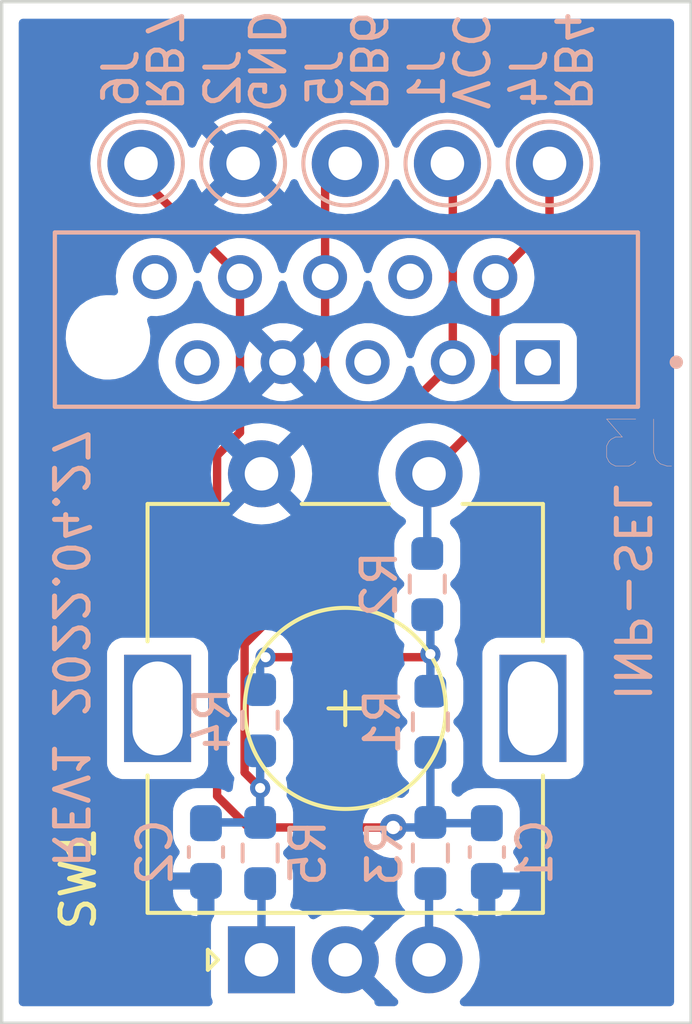
<source format=kicad_pcb>
(kicad_pcb (version 20211014) (generator pcbnew)
  (layers (0 "F.Cu" signal) (31 "B.Cu" signal) (34 "B.Paste" user) (35 "F.Paste" user) (36 "B.SilkS" user "B.Silkscreen") (37 "F.SilkS" user "F.Silkscreen") (38 "B.Mask" user) (39 "F.Mask" user) (44 "Edge.Cuts" user))
  (net 0 "")
  (net 1 "GND")
  (net 2 "RB7{slash}CHB")
  (net 3 "RB6{slash}CHA")
  (net 4 "VCC")
  (net 9 "RB4{slash}SW")
  (net 11 "Net-(R3-Pad1)")
  (net 12 "Net-(R5-Pad1)")
  (footprint "Rotary_Encoder:RotaryEncoder_Alps_EC11E-Switch_Vertical_H20mm" (layer "F.Cu") (at 139.833 79.386 90)
    (fp_text reference "SW1" (at 2.424 -5.467 90) (layer "F.SilkS"))
    (fp_text value "RotaryEncoder_Switch")
    (fp_line (start 5.5 -3.4) (end 1.4 -3.4) (layer "F.SilkS") (width 0.12))
    (fp_line (start 1.4 -3.4) (end 1.4 8.4) (layer "F.SilkS") (width 0.12))
    (fp_line (start 13.6 8.4) (end 9.5 8.4) (layer "F.SilkS") (width 0.12))
    (fp_line (start 0 -1.3) (end -0.3 -1.6) (layer "F.SilkS") (width 0.12))
    (fp_line (start 7 2.5) (end 8 2.5) (layer "F.SilkS") (width 0.12))
    (fp_line (start 9.5 -3.4) (end 13.6 -3.4) (layer "F.SilkS") (width 0.12))
    (fp_line (start 0.3 -1.6) (end 0 -1.3) (layer "F.SilkS") (width 0.12))
    (fp_line (start 13.6 1.2) (end 13.6 3.8) (layer "F.SilkS") (width 0.12))
    (fp_line (start 5.5 8.4) (end 1.4 8.4) (layer "F.SilkS") (width 0.12))
    (fp_line (start 13.6 6) (end 13.6 8.4) (layer "F.SilkS") (width 0.12))
    (fp_line (start 13.6 -3.4) (end 13.6 -1) (layer "F.SilkS") (width 0.12))
    (fp_line (start 7.5 2) (end 7.5 3) (layer "F.SilkS") (width 0.12))
    (fp_line (start -0.3 -1.6) (end 0.3 -1.6) (layer "F.SilkS") (width 0.12))
    (fp_circle (center 7.5 2.5) (end 10.5 2.5) (layer "F.SilkS") (width 0.12) (fill none))
    (pad "A" thru_hole rect (at 0 0 90) (size 2 2) (drill 1) (layers *.Cu *.Mask) (net 12 "Net-(R5-Pad1)"))
    (pad "B" thru_hole circle (at 0 5 90) (size 2 2) (drill 1) (layers *.Cu *.Mask) (net 11 "Net-(R3-Pad1)"))
    (pad "C" thru_hole circle (at 0 2.5 90) (size 2 2) (drill 1) (layers *.Cu *.Mask) (net 1 "GND"))
    (pad "MP" thru_hole rect (at 7.5 -3.1 90) (size 3.2 2) (drill oval 2.8 1.5) (layers *.Cu *.Mask))
    (pad "MP" thru_hole rect (at 7.5 8.1 90) (size 3.2 2) (drill oval 2.8 1.5) (layers *.Cu *.Mask))
    (pad "S1" thru_hole circle (at 14.5 5 90) (size 2 2) (drill 1) (layers *.Cu *.Mask) (net 9 "RB4{slash}SW"))
    (pad "S2" thru_hole circle (at 14.5 0 90) (size 2 2) (drill 1) (layers *.Cu *.Mask) (net 1 "GND"))
  )
  (footprint "Connector_Pin:Pin_D1.0mm_L10.0mm" (layer "B.Cu") (at 139.285 55.626 180)
    (fp_text reference "J2" (at 0.601 2.54 90) (layer "B.SilkS") (effects (justify mirror)))
    (fp_text value "GND")
    (fp_circle (center 0 0) (end 1.25 -0.05) (layer "B.SilkS") (width 0.12) (fill none))
    (pad "1" thru_hole circle (at 0 0 180) (size 2 2) (drill 1) (layers *.Cu *.Mask) (net 1 "GND"))
  )
  (footprint "Resistor_SMD:R_0603_1608Metric_Pad0.98x0.95mm_HandSolder" (layer "B.Cu") (at 144.873 72.2865 -90)
    (fp_text reference "R1" (at 0 1.43 90) (layer "B.SilkS") (effects (justify mirror)))
    (fp_text value "10k")
    (fp_line (start -0.254724 -0.5225) (end 0.254724 -0.5225) (layer "B.SilkS") (width 0.12))
    (fp_line (start -0.254724 0.5225) (end 0.254724 0.5225) (layer "B.SilkS") (width 0.12))
    (pad "1" smd roundrect (at -0.9125 0 270) (size 0.975 0.95) (layers "B.Cu" "B.Paste" "B.Mask") (net 4 "VCC"))
    (pad "2" smd roundrect (at 0.9125 0 270) (size 0.975 0.95) (layers "B.Cu" "B.Paste" "B.Mask") (net 2 "RB7{slash}CHB"))
  )
  (footprint "Resistor_SMD:R_0603_1608Metric_Pad0.98x0.95mm_HandSolder" (layer "B.Cu") (at 144.873 76.2 90)
    (fp_text reference "R3" (at 0 -1.363 90) (layer "B.SilkS") (effects (justify mirror)))
    (fp_text value "10k")
    (fp_line (start -0.254724 0.5225) (end 0.254724 0.5225) (layer "B.SilkS") (width 0.12))
    (fp_line (start -0.254724 -0.5225) (end 0.254724 -0.5225) (layer "B.SilkS") (width 0.12))
    (pad "1" smd roundrect (at -0.9125 0 90) (size 0.975 0.95) (layers "B.Cu" "B.Paste" "B.Mask") (net 11 "Net-(R3-Pad1)"))
    (pad "2" smd roundrect (at 0.9125 0 90) (size 0.975 0.95) (layers "B.Cu" "B.Paste" "B.Mask") (net 2 "RB7{slash}CHB"))
  )
  (footprint "Capacitor_SMD:C_0603_1608Metric_Pad1.08x0.95mm_HandSolder" (layer "B.Cu") (at 138.176 76.1735 90)
    (fp_text reference "C2" (at 0 -1.524 90) (layer "B.SilkS") (effects (justify mirror)))
    (fp_text value "10nF")
    (fp_line (start -0.146267 -0.51) (end 0.146267 -0.51) (layer "B.SilkS") (width 0.12))
    (fp_line (start -0.146267 0.51) (end 0.146267 0.51) (layer "B.SilkS") (width 0.12))
    (pad "1" smd roundrect (at -0.8625 0 90) (size 1.075 0.95) (layers "B.Cu" "B.Paste" "B.Mask") (net 1 "GND"))
    (pad "2" smd roundrect (at 0.8625 0 90) (size 1.075 0.95) (layers "B.Cu" "B.Paste" "B.Mask") (net 3 "RB6{slash}CHA"))
  )
  (footprint "Capacitor_SMD:C_0603_1608Metric_Pad1.08x0.95mm_HandSolder" (layer "B.Cu") (at 146.558 76.1735 90)
    (fp_text reference "C1" (at 0 1.43 90) (layer "B.SilkS") (effects (justify mirror)))
    (fp_text value "10nF")
    (fp_line (start -0.146267 -0.51) (end 0.146267 -0.51) (layer "B.SilkS") (width 0.12))
    (fp_line (start -0.146267 0.51) (end 0.146267 0.51) (layer "B.SilkS") (width 0.12))
    (pad "1" smd roundrect (at -0.8625 0 90) (size 1.075 0.95) (layers "B.Cu" "B.Paste" "B.Mask") (net 1 "GND"))
    (pad "2" smd roundrect (at 0.8625 0 90) (size 1.075 0.95) (layers "B.Cu" "B.Paste" "B.Mask") (net 2 "RB7{slash}CHB"))
  )
  (footprint "Resistor_SMD:R_0603_1608Metric_Pad0.98x0.95mm_HandSolder" (layer "B.Cu") (at 144.78 68.1755 -90)
    (fp_text reference "R2" (at 0 1.43 90) (layer "B.SilkS") (effects (justify mirror)))
    (fp_text value "10k")
    (fp_line (start -0.254724 0.5225) (end 0.254724 0.5225) (layer "B.SilkS") (width 0.12))
    (fp_line (start -0.254724 -0.5225) (end 0.254724 -0.5225) (layer "B.SilkS") (width 0.12))
    (pad "1" smd roundrect (at -0.9125 0 270) (size 0.975 0.95) (layers "B.Cu" "B.Paste" "B.Mask") (net 9 "RB4{slash}SW"))
    (pad "2" smd roundrect (at 0.9125 0 270) (size 0.975 0.95) (layers "B.Cu" "B.Paste" "B.Mask") (net 4 "VCC"))
  )
  (footprint "Connector_Pin:Pin_D1.0mm_L10.0mm" (layer "B.Cu") (at 136.237 55.626 180)
    (fp_text reference "J6" (at 0.601 2.54 90) (layer "B.SilkS") (effects (justify mirror)))
    (fp_text value "RB7")
    (fp_circle (center 0 0) (end 1.25 -0.05) (layer "B.SilkS") (width 0.12) (fill none))
    (pad "1" thru_hole circle (at 0 0 180) (size 2 2) (drill 1) (layers *.Cu *.Mask) (net 2 "RB7{slash}CHB"))
  )
  (footprint "kicad-snk:TE_CONN_RCPT_10POS_0.1_TIN_PCB" (layer "B.Cu") (at 148.082 61.556 180)
    (fp_text reference "J3" (at -2.985 -2.452) (layer "B.SilkS") (effects (font (size 1.40137 1.40137) (thickness 0.015)) (justify mirror)))
    (fp_text value "B")
    (fp_line (start 14.415 3.87) (end 14.415 -1.33) (layer "B.SilkS") (width 0.127))
    (fp_line (start 14.415 -1.33) (end -2.985 -1.33) (layer "B.SilkS") (width 0.127))
    (fp_line (start -2.985 -1.33) (end -2.985 3.87) (layer "B.SilkS") (width 0.127))
    (fp_line (start -2.985 3.87) (end 14.415 3.87) (layer "B.SilkS") (width 0.127))
    (fp_circle (center -4.13 0) (end -4.03 0) (layer "B.SilkS") (width 0.2) (fill none))
    (pad "" np_thru_hole circle locked (at 12.83 0.74 180) (size 1.5 1.5) (drill 1.5) (layers *.Cu *.Mask))
    (pad "1" thru_hole rect locked (at 0 0 180) (size 1.308 1.308) (drill 0.8) (layers *.Cu *.Mask))
    (pad "2" thru_hole circle locked (at 1.27 2.54 180) (size 1.308 1.308) (drill 0.8) (layers *.Cu *.Mask) (net 9 "RB4{slash}SW"))
    (pad "3" thru_hole circle locked (at 2.54 0 180) (size 1.308 1.308) (drill 0.8) (layers *.Cu *.Mask) (net 4 "VCC"))
    (pad "4" thru_hole circle locked (at 3.81 2.54 180) (size 1.308 1.308) (drill 0.8) (layers *.Cu *.Mask))
    (pad "5" thru_hole circle locked (at 5.08 0 180) (size 1.308 1.308) (drill 0.8) (layers *.Cu *.Mask))
    (pad "6" thru_hole circle locked (at 6.35 2.54 180) (size 1.308 1.308) (drill 0.8) (layers *.Cu *.Mask) (net 3 "RB6{slash}CHA"))
    (pad "7" thru_hole circle locked (at 7.62 0 180) (size 1.308 1.308) (drill 0.8) (layers *.Cu *.Mask) (net 1 "GND"))
    (pad "8" thru_hole circle locked (at 8.89 2.54 180) (size 1.308 1.308) (drill 0.8) (layers *.Cu *.Mask) (net 2 "RB7{slash}CHB"))
    (pad "9" thru_hole circle locked (at 10.16 0 180) (size 1.308 1.308) (drill 0.8) (layers *.Cu *.Mask))
    (pad "10" thru_hole circle locked (at 11.43 2.54 180) (size 1.308 1.308) (drill 0.8) (layers *.Cu *.Mask))
  )
  (footprint "Connector_Pin:Pin_D1.0mm_L10.0mm" (layer "B.Cu") (at 142.333 55.626 180)
    (fp_text reference "J5" (at 0.601 2.54 90) (layer "B.SilkS") (effects (justify mirror)))
    (fp_text value "RB6")
    (fp_circle (center 0 0) (end 1.25 -0.05) (layer "B.SilkS") (width 0.12) (fill none))
    (pad "1" thru_hole circle (at 0 0 180) (size 2 2) (drill 1) (layers *.Cu *.Mask) (net 3 "RB6{slash}CHA"))
  )
  (footprint "Resistor_SMD:R_0603_1608Metric_Pad0.98x0.95mm_HandSolder" (layer "B.Cu") (at 139.793 76.2 90)
    (fp_text reference "R5" (at 0 1.43 90) (layer "B.SilkS") (effects (justify mirror)))
    (fp_text value "10k")
    (fp_line (start -0.254724 0.5225) (end 0.254724 0.5225) (layer "B.SilkS") (width 0.12))
    (fp_line (start -0.254724 -0.5225) (end 0.254724 -0.5225) (layer "B.SilkS") (width 0.12))
    (pad "1" smd roundrect (at -0.9125 0 90) (size 0.975 0.95) (layers "B.Cu" "B.Paste" "B.Mask") (net 12 "Net-(R5-Pad1)"))
    (pad "2" smd roundrect (at 0.9125 0 90) (size 0.975 0.95) (layers "B.Cu" "B.Paste" "B.Mask") (net 3 "RB6{slash}CHA"))
  )
  (footprint "Connector_Pin:Pin_D1.0mm_L10.0mm" (layer "B.Cu") (at 145.381 55.626 180)
    (fp_text reference "J1" (at 0.601 2.54 90) (layer "B.SilkS") (effects (justify mirror)))
    (fp_text value "VCC")
    (fp_circle (center 0 0) (end 1.25 -0.05) (layer "B.SilkS") (width 0.12) (fill none))
    (pad "1" thru_hole circle (at 0 0 180) (size 2 2) (drill 1) (layers *.Cu *.Mask) (net 4 "VCC"))
  )
  (footprint "Connector_Pin:Pin_D1.0mm_L10.0mm" (layer "B.Cu") (at 148.429 55.626 180)
    (fp_text reference "J4" (at 0.601 2.54 90) (layer "B.SilkS") (effects (justify mirror)))
    (fp_text value "RB4")
    (fp_circle (center 0 0) (end 1.25 -0.05) (layer "B.SilkS") (width 0.12) (fill none))
    (pad "1" thru_hole circle (at 0 0 180) (size 2 2) (drill 1) (layers *.Cu *.Mask) (net 9 "RB4{slash}SW"))
  )
  (footprint "Resistor_SMD:R_0603_1608Metric_Pad0.98x0.95mm_HandSolder" (layer "B.Cu") (at 139.793 72.2395 -90)
    (fp_text reference "R4" (at 0 1.43 90) (layer "B.SilkS") (effects (justify mirror)))
    (fp_text value "10k")
    (fp_line (start -0.254724 0.5225) (end 0.254724 0.5225) (layer "B.SilkS") (width 0.12))
    (fp_line (start -0.254724 -0.5225) (end 0.254724 -0.5225) (layer "B.SilkS") (width 0.12))
    (pad "1" smd roundrect (at -0.9125 0 270) (size 0.975 0.95) (layers "B.Cu" "B.Paste" "B.Mask") (net 4 "VCC"))
    (pad "2" smd roundrect (at 0.9125 0 270) (size 0.975 0.95) (layers "B.Cu" "B.Paste" "B.Mask") (net 3 "RB6{slash}CHA"))
  )
  (gr_rect (start 132.08 50.8) (end 152.654 81.28) (layer "Edge.Cuts") (width 0.1) (fill none))
  (gr_text "INP-SEL" (at 150.876 68.430224 270) (layer "B.SilkS") (effects (font (size 1 1)) (justify mirror)))
  (gr_text "VCC" (at 146.05 52.578 270) (layer "B.SilkS") (effects (font (size 1 1)) (justify mirror)))
  (gr_text "RB4" (at 149.098 52.578 270) (layer "B.SilkS") (effects (font (size 1 1)) (justify mirror)))
  (gr_text "REV1 2022.04.27" (at 134.112 70.104 270) (layer "B.SilkS") (effects (font (size 1 1)) (justify mirror)))
  (gr_text "GND" (at 139.954 52.578 270) (layer "B.SilkS") (effects (font (size 1 1)) (justify mirror)))
  (gr_text "RB6" (at 143.002 52.578 270) (layer "B.SilkS") (effects (font (size 1 1)) (justify mirror)))
  (gr_text "RB7\n" (at 136.906 52.578 270) (layer "B.SilkS") (effects (font (size 1 1)) (justify mirror)))
  (segment (start 138.508489 74.500489) (end 139.192 75.184) (width 0.25) (layer "F.Cu") (net 2))
  (segment (start 139.192 59.016) (end 139.192 63.653857) (width 0.25) (layer "F.Cu") (net 2))
  (segment (start 139.192 59.016) (end 136.237 56.061) (width 0.25) (layer "F.Cu") (net 2))
  (segment (start 138.508489 64.337368) (end 138.508489 74.500489) (width 0.25) (layer "F.Cu") (net 2))
  (segment (start 139.446 75.438) (end 143.764 75.438) (width 0.25) (layer "F.Cu") (net 2))
  (segment (start 136.237 56.061) (end 136.237 55.626) (width 0.25) (layer "F.Cu") (net 2))
  (segment (start 139.192 75.184) (end 139.446 75.438) (width 0.25) (layer "F.Cu") (net 2))
  (segment (start 139.192 63.653857) (end 138.508489 64.337368) (width 0.25) (layer "F.Cu") (net 2))
  (via (at 143.764 75.438) (size 0.8) (drill 0.4) (layers "F.Cu" "B.Cu") (net 2))
  (segment (start 144.873 75.2875) (end 144.873 73.199) (width 0.25) (layer "B.Cu") (net 2))
  (segment (start 143.764 75.438) (end 144.7225 75.438) (width 0.25) (layer "B.Cu") (net 2))
  (segment (start 144.8965 75.311) (end 144.873 75.2875) (width 0.25) (layer "B.Cu") (net 2))
  (segment (start 144.7225 75.438) (end 144.873 75.2875) (width 0.25) (layer "B.Cu") (net 2))
  (segment (start 146.558 75.311) (end 144.8965 75.311) (width 0.25) (layer "B.Cu") (net 2))
  (segment (start 141.732 59.016) (end 141.732 67.564) (width 0.25) (layer "F.Cu") (net 3))
  (segment (start 141.732 67.564) (end 139.329489 69.966511) (width 0.25) (layer "F.Cu") (net 3))
  (segment (start 141.732 59.016) (end 141.732 56.227) (width 0.25) (layer "F.Cu") (net 3))
  (segment (start 141.732 56.227) (end 142.333 55.626) (width 0.25) (layer "F.Cu") (net 3))
  (segment (start 139.329489 69.966511) (end 139.329489 73.797489) (width 0.25) (layer "F.Cu") (net 3))
  (segment (start 139.329489 73.797489) (end 139.793 74.261) (width 0.25) (layer "F.Cu") (net 3))
  (via (at 139.793 74.261) (size 0.6) (drill 0.3) (layers "F.Cu" "B.Cu") (net 3))
  (segment (start 138.1995 75.2875) (end 138.176 75.311) (width 0.25) (layer "B.Cu") (net 3))
  (segment (start 139.793 74.261) (end 139.793 73.152) (width 0.25) (layer "B.Cu") (net 3))
  (segment (start 139.793 75.2875) (end 139.793 74.261) (width 0.25) (layer "B.Cu") (net 3))
  (segment (start 139.793 75.2875) (end 138.1995 75.2875) (width 0.25) (layer "B.Cu") (net 3))
  (segment (start 145.542 61.556) (end 145.542 55.787) (width 0.25) (layer "F.Cu") (net 4))
  (segment (start 139.954 70.358) (end 142.494 70.358) (width 0.25) (layer "F.Cu") (net 4))
  (segment (start 144.78 70.358) (end 144.873 70.265) (width 0.25) (layer "F.Cu") (net 4))
  (segment (start 142.494 70.358) (end 144.78 70.358) (width 0.25) (layer "F.Cu") (net 4))
  (segment (start 145.542 55.787) (end 145.381 55.626) (width 0.25) (layer "F.Cu") (net 4))
  (segment (start 142.494 64.604) (end 145.542 61.556) (width 0.25) (layer "F.Cu") (net 4))
  (segment (start 142.494 70.358) (end 142.494 64.604) (width 0.25) (layer "F.Cu") (net 4))
  (via (at 144.873 70.265) (size 0.6) (drill 0.3) (layers "F.Cu" "B.Cu") (net 4))
  (via (at 139.954 70.358) (size 0.6) (drill 0.3) (layers "F.Cu" "B.Cu") (net 4))
  (segment (start 144.873 70.265) (end 144.873 69.181) (width 0.25) (layer "B.Cu") (net 4))
  (segment (start 144.873 71.374) (end 144.873 70.265) (width 0.25) (layer "B.Cu") (net 4))
  (segment (start 139.793 71.327) (end 139.793 70.519) (width 0.25) (layer "B.Cu") (net 4))
  (segment (start 144.873 69.181) (end 144.78 69.088) (width 0.25) (layer "B.Cu") (net 4))
  (segment (start 139.793 70.519) (end 139.954 70.358) (width 0.25) (layer "B.Cu") (net 4))
  (segment (start 146.812 62.907) (end 146.812 59.016) (width 0.25) (layer "F.Cu") (net 9))
  (segment (start 146.812 59.016) (end 148.429 57.399) (width 0.25) (layer "F.Cu") (net 9))
  (segment (start 144.833 64.886) (end 146.812 62.907) (width 0.25) (layer "F.Cu") (net 9))
  (segment (start 148.429 57.399) (end 148.429 55.626) (width 0.25) (layer "F.Cu") (net 9))
  (segment (start 144.78 67.263) (end 144.78 64.939) (width 0.25) (layer "B.Cu") (net 9))
  (segment (start 144.78 64.939) (end 144.833 64.886) (width 0.25) (layer "B.Cu") (net 9))
  (segment (start 144.833 77.1525) (end 144.873 77.1125) (width 0.25) (layer "B.Cu") (net 11))
  (segment (start 144.833 79.386) (end 144.833 77.1525) (width 0.25) (layer "B.Cu") (net 11))
  (segment (start 139.833 79.386) (end 139.833 77.1525) (width 0.25) (layer "B.Cu") (net 12))
  (segment (start 139.833 77.1525) (end 139.793 77.1125) (width 0.25) (layer "B.Cu") (net 12))
  (zone (net 1) (net_name "GND") (layer "B.Cu") (connect_pads (clearance 0.508)) (min_thickness 0.254) (fill yes (thermal_gap 0.508) (thermal_bridge_width 0.508))
    (polygon (pts (xy 152.654 81.28) (xy 132.08 81.28) (xy 132.08 50.8) (xy 152.654 50.8)))
  )
)
</source>
